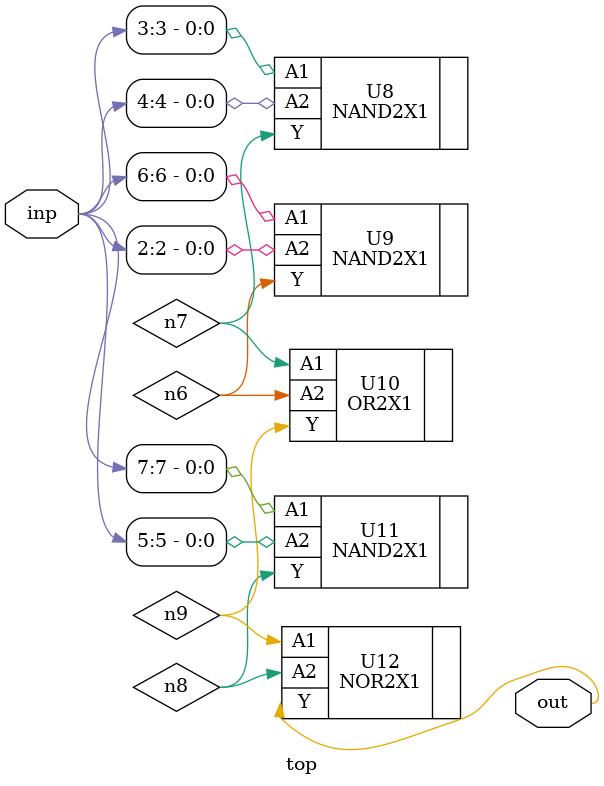
<source format=sv>


module top ( inp, out );
  input [7:0] inp;
  output out;
  wire   n6, n7, n8, n9;

  NAND2X1 U8 ( .A1(inp[3]), .A2(inp[4]), .Y(n7) );
  NAND2X1 U9 ( .A1(inp[6]), .A2(inp[2]), .Y(n6) );
  OR2X1 U10 ( .A1(n7), .A2(n6), .Y(n9) );
  NAND2X1 U11 ( .A1(inp[7]), .A2(inp[5]), .Y(n8) );
  NOR2X1 U12 ( .A1(n9), .A2(n8), .Y(out) );
endmodule


</source>
